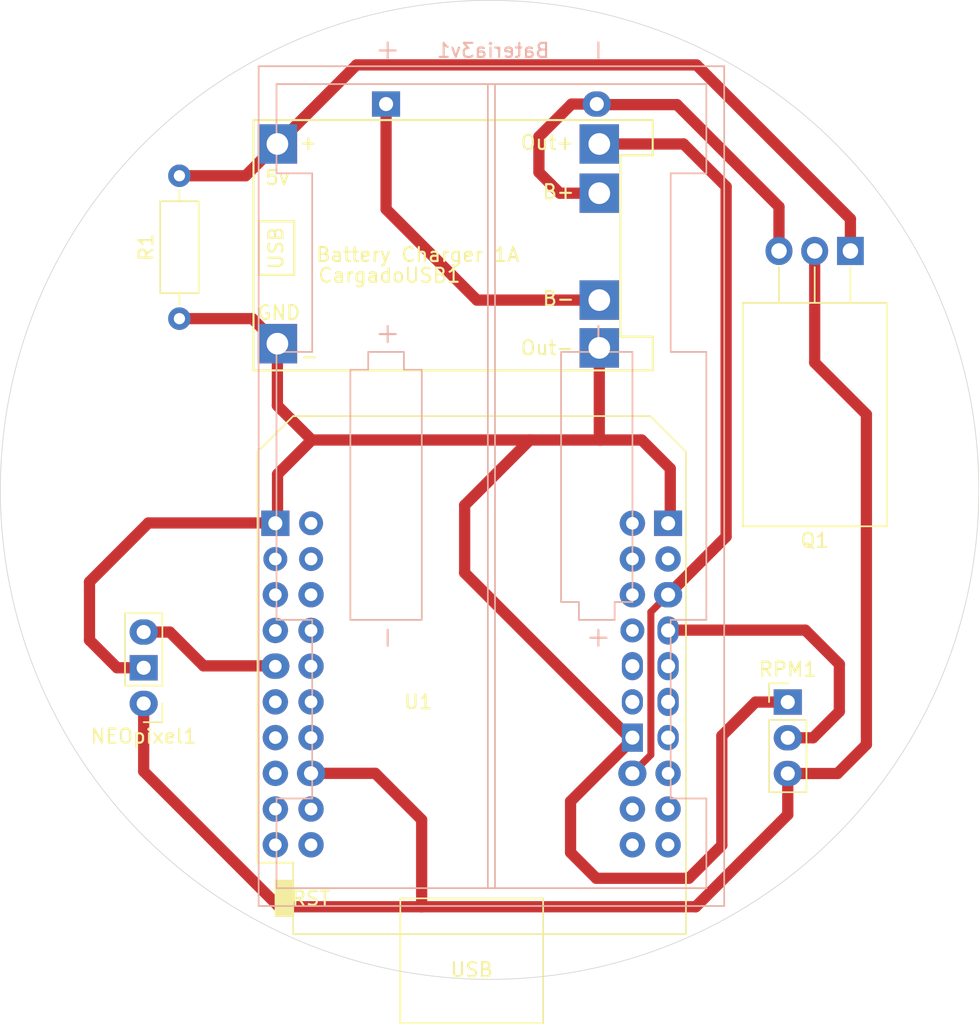
<source format=kicad_pcb>
(kicad_pcb (version 20171130) (host pcbnew "(5.1.12)-1")

  (general
    (thickness 1.6)
    (drawings 1)
    (tracks 79)
    (zones 0)
    (modules 7)
    (nets 42)
  )

  (page A4)
  (layers
    (0 F.Cu signal)
    (31 B.Cu signal hide)
    (32 B.Adhes user hide)
    (33 F.Adhes user hide)
    (34 B.Paste user hide)
    (35 F.Paste user hide)
    (36 B.SilkS user)
    (37 F.SilkS user)
    (38 B.Mask user hide)
    (39 F.Mask user hide)
    (40 Dwgs.User user)
    (41 Cmts.User user hide)
    (42 Eco1.User user hide)
    (43 Eco2.User user hide)
    (44 Edge.Cuts user)
    (45 Margin user hide)
    (46 B.CrtYd user)
    (47 F.CrtYd user)
    (48 B.Fab user hide)
    (49 F.Fab user hide)
  )

  (setup
    (last_trace_width 0.8)
    (user_trace_width 0.5)
    (user_trace_width 0.8)
    (user_trace_width 1)
    (trace_clearance 0.2)
    (zone_clearance 0.508)
    (zone_45_only no)
    (trace_min 0.2)
    (via_size 0.8)
    (via_drill 0.4)
    (via_min_size 0.4)
    (via_min_drill 0.3)
    (uvia_size 0.3)
    (uvia_drill 0.1)
    (uvias_allowed no)
    (uvia_min_size 0.2)
    (uvia_min_drill 0.1)
    (edge_width 0.05)
    (segment_width 0.2)
    (pcb_text_width 0.3)
    (pcb_text_size 1.5 1.5)
    (mod_edge_width 0.12)
    (mod_text_size 1 1)
    (mod_text_width 0.15)
    (pad_size 2 2)
    (pad_drill 1)
    (pad_to_mask_clearance 0)
    (aux_axis_origin 0 0)
    (visible_elements 7FFFFFFF)
    (pcbplotparams
      (layerselection 0x010fc_ffffffff)
      (usegerberextensions false)
      (usegerberattributes true)
      (usegerberadvancedattributes true)
      (creategerberjobfile true)
      (excludeedgelayer true)
      (linewidth 0.100000)
      (plotframeref false)
      (viasonmask false)
      (mode 1)
      (useauxorigin false)
      (hpglpennumber 1)
      (hpglpenspeed 20)
      (hpglpendiameter 15.000000)
      (psnegative false)
      (psa4output false)
      (plotreference true)
      (plotvalue true)
      (plotinvisibletext false)
      (padsonsilk false)
      (subtractmaskfromsilk false)
      (outputformat 1)
      (mirror false)
      (drillshape 0)
      (scaleselection 1)
      (outputdirectory "FABRICACION BMX P2021-012361-8185/"))
  )

  (net 0 "")
  (net 1 /IN)
  (net 2 "Net-(NEOpixel1-Pad3)")
  (net 3 GND)
  (net 4 "Net-(Bateria3v1-Pad2)")
  (net 5 "Net-(Bateria3v1-Pad1)")
  (net 6 "Net-(CargadoUSB1-Pad1)")
  (net 7 "Net-(CargadoUSB1-Pad3)")
  (net 8 "Net-(U1-Pad2)")
  (net 9 "Net-(U1-Pad3)")
  (net 10 "Net-(U1-Pad4)")
  (net 11 "Net-(U1-Pad5)")
  (net 12 "Net-(U1-Pad6)")
  (net 13 "Net-(U1-Pad7)")
  (net 14 "Net-(U1-Pad8)")
  (net 15 "Net-(U1-Pad10)")
  (net 16 "Net-(U1-Pad11)")
  (net 17 "Net-(U1-Pad12)")
  (net 18 "Net-(U1-Pad13)")
  (net 19 "Net-(U1-Pad14)")
  (net 20 "Net-(U1-Pad15)")
  (net 21 "Net-(U1-Pad17)")
  (net 22 "Net-(U1-Pad18)")
  (net 23 "Net-(U1-Pad19)")
  (net 24 "Net-(U1-Pad20)")
  (net 25 "Net-(U1-Pad21)")
  (net 26 "Net-(U1-Pad23)")
  (net 27 "Net-(U1-Pad24)")
  (net 28 "Net-(U1-Pad25)")
  (net 29 "Net-(U1-Pad27)")
  (net 30 "Net-(U1-Pad29)")
  (net 31 "Net-(U1-Pad30)")
  (net 32 "Net-(U1-Pad31)")
  (net 33 "Net-(U1-Pad32)")
  (net 34 "Net-(U1-Pad34)")
  (net 35 "Net-(U1-Pad36)")
  (net 36 "Net-(U1-Pad37)")
  (net 37 "Net-(U1-Pad38)")
  (net 38 "Net-(U1-Pad39)")
  (net 39 "Net-(U1-Pad40)")
  (net 40 "Net-(NEOpixel1-Pad1)")
  (net 41 "Net-(R1-Pad2)")

  (net_class Default "This is the default net class."
    (clearance 0.2)
    (trace_width 0.25)
    (via_dia 0.8)
    (via_drill 0.4)
    (uvia_dia 0.3)
    (uvia_drill 0.1)
    (add_net /IN)
    (add_net GND)
    (add_net "Net-(Bateria3v1-Pad1)")
    (add_net "Net-(Bateria3v1-Pad2)")
    (add_net "Net-(CargadoUSB1-Pad1)")
    (add_net "Net-(CargadoUSB1-Pad3)")
    (add_net "Net-(NEOpixel1-Pad1)")
    (add_net "Net-(NEOpixel1-Pad3)")
    (add_net "Net-(R1-Pad2)")
    (add_net "Net-(U1-Pad10)")
    (add_net "Net-(U1-Pad11)")
    (add_net "Net-(U1-Pad12)")
    (add_net "Net-(U1-Pad13)")
    (add_net "Net-(U1-Pad14)")
    (add_net "Net-(U1-Pad15)")
    (add_net "Net-(U1-Pad17)")
    (add_net "Net-(U1-Pad18)")
    (add_net "Net-(U1-Pad19)")
    (add_net "Net-(U1-Pad2)")
    (add_net "Net-(U1-Pad20)")
    (add_net "Net-(U1-Pad21)")
    (add_net "Net-(U1-Pad23)")
    (add_net "Net-(U1-Pad24)")
    (add_net "Net-(U1-Pad25)")
    (add_net "Net-(U1-Pad27)")
    (add_net "Net-(U1-Pad29)")
    (add_net "Net-(U1-Pad3)")
    (add_net "Net-(U1-Pad30)")
    (add_net "Net-(U1-Pad31)")
    (add_net "Net-(U1-Pad32)")
    (add_net "Net-(U1-Pad34)")
    (add_net "Net-(U1-Pad36)")
    (add_net "Net-(U1-Pad37)")
    (add_net "Net-(U1-Pad38)")
    (add_net "Net-(U1-Pad39)")
    (add_net "Net-(U1-Pad4)")
    (add_net "Net-(U1-Pad40)")
    (add_net "Net-(U1-Pad5)")
    (add_net "Net-(U1-Pad6)")
    (add_net "Net-(U1-Pad7)")
    (add_net "Net-(U1-Pad8)")
  )

  (module Resistor_THT:R_Axial_DIN0207_L6.3mm_D2.5mm_P10.16mm_Horizontal (layer F.Cu) (tedit 5AE5139B) (tstamp 6282ABB5)
    (at 5.36448 51.07178 90)
    (descr "Resistor, Axial_DIN0207 series, Axial, Horizontal, pin pitch=10.16mm, 0.25W = 1/4W, length*diameter=6.3*2.5mm^2, http://cdn-reichelt.de/documents/datenblatt/B400/1_4W%23YAG.pdf")
    (tags "Resistor Axial_DIN0207 series Axial Horizontal pin pitch 10.16mm 0.25W = 1/4W length 6.3mm diameter 2.5mm")
    (path /62828008)
    (fp_text reference R1 (at 5.08 -2.37 90) (layer F.SilkS)
      (effects (font (size 1 1) (thickness 0.15)))
    )
    (fp_text value 100k (at 5.08 2.37 90) (layer F.Fab)
      (effects (font (size 1 1) (thickness 0.15)))
    )
    (fp_line (start 11.21 -1.5) (end -1.05 -1.5) (layer F.CrtYd) (width 0.05))
    (fp_line (start 11.21 1.5) (end 11.21 -1.5) (layer F.CrtYd) (width 0.05))
    (fp_line (start -1.05 1.5) (end 11.21 1.5) (layer F.CrtYd) (width 0.05))
    (fp_line (start -1.05 -1.5) (end -1.05 1.5) (layer F.CrtYd) (width 0.05))
    (fp_line (start 9.12 0) (end 8.35 0) (layer F.SilkS) (width 0.12))
    (fp_line (start 1.04 0) (end 1.81 0) (layer F.SilkS) (width 0.12))
    (fp_line (start 8.35 -1.37) (end 1.81 -1.37) (layer F.SilkS) (width 0.12))
    (fp_line (start 8.35 1.37) (end 8.35 -1.37) (layer F.SilkS) (width 0.12))
    (fp_line (start 1.81 1.37) (end 8.35 1.37) (layer F.SilkS) (width 0.12))
    (fp_line (start 1.81 -1.37) (end 1.81 1.37) (layer F.SilkS) (width 0.12))
    (fp_line (start 10.16 0) (end 8.23 0) (layer F.Fab) (width 0.1))
    (fp_line (start 0 0) (end 1.93 0) (layer F.Fab) (width 0.1))
    (fp_line (start 8.23 -1.25) (end 1.93 -1.25) (layer F.Fab) (width 0.1))
    (fp_line (start 8.23 1.25) (end 8.23 -1.25) (layer F.Fab) (width 0.1))
    (fp_line (start 1.93 1.25) (end 8.23 1.25) (layer F.Fab) (width 0.1))
    (fp_line (start 1.93 -1.25) (end 1.93 1.25) (layer F.Fab) (width 0.1))
    (fp_text user %R (at 5.08 0 90) (layer F.Fab)
      (effects (font (size 1 1) (thickness 0.15)))
    )
    (pad 2 thru_hole oval (at 10.16 0 90) (size 1.6 1.6) (drill 0.8) (layers *.Cu *.Mask)
      (net 41 "Net-(R1-Pad2)"))
    (pad 1 thru_hole circle (at 0 0 90) (size 1.6 1.6) (drill 0.8) (layers *.Cu *.Mask)
      (net 3 GND))
    (model ${KISYS3DMOD}/Resistor_THT.3dshapes/R_Axial_DIN0207_L6.3mm_D2.5mm_P10.16mm_Horizontal.wrl
      (at (xyz 0 0 0))
      (scale (xyz 1 1 1))
      (rotate (xyz 0 0 0))
    )
  )

  (module Package_TO_SOT_THT:TO-220-3_Horizontal_TabDown (layer F.Cu) (tedit 5AC8BA0D) (tstamp 6282982F)
    (at 53.0987 46.25848 180)
    (descr "TO-220-3, Horizontal, RM 2.54mm, see https://www.vishay.com/docs/66542/to-220-1.pdf")
    (tags "TO-220-3 Horizontal RM 2.54mm")
    (path /62828D77)
    (fp_text reference Q1 (at 2.54 -20.58) (layer F.SilkS)
      (effects (font (size 1 1) (thickness 0.15)))
    )
    (fp_text value IRF9540N (at 2.54 2) (layer F.Fab)
      (effects (font (size 1 1) (thickness 0.15)))
    )
    (fp_circle (center 2.54 -16.66) (end 4.39 -16.66) (layer F.Fab) (width 0.1))
    (fp_line (start -2.46 -13.06) (end -2.46 -19.46) (layer F.Fab) (width 0.1))
    (fp_line (start -2.46 -19.46) (end 7.54 -19.46) (layer F.Fab) (width 0.1))
    (fp_line (start 7.54 -19.46) (end 7.54 -13.06) (layer F.Fab) (width 0.1))
    (fp_line (start 7.54 -13.06) (end -2.46 -13.06) (layer F.Fab) (width 0.1))
    (fp_line (start -2.46 -3.81) (end -2.46 -13.06) (layer F.Fab) (width 0.1))
    (fp_line (start -2.46 -13.06) (end 7.54 -13.06) (layer F.Fab) (width 0.1))
    (fp_line (start 7.54 -13.06) (end 7.54 -3.81) (layer F.Fab) (width 0.1))
    (fp_line (start 7.54 -3.81) (end -2.46 -3.81) (layer F.Fab) (width 0.1))
    (fp_line (start 0 -3.81) (end 0 0) (layer F.Fab) (width 0.1))
    (fp_line (start 2.54 -3.81) (end 2.54 0) (layer F.Fab) (width 0.1))
    (fp_line (start 5.08 -3.81) (end 5.08 0) (layer F.Fab) (width 0.1))
    (fp_line (start -2.58 -3.69) (end 7.66 -3.69) (layer F.SilkS) (width 0.12))
    (fp_line (start -2.58 -19.58) (end 7.66 -19.58) (layer F.SilkS) (width 0.12))
    (fp_line (start -2.58 -19.58) (end -2.58 -3.69) (layer F.SilkS) (width 0.12))
    (fp_line (start 7.66 -19.58) (end 7.66 -3.69) (layer F.SilkS) (width 0.12))
    (fp_line (start 0 -3.69) (end 0 -1.15) (layer F.SilkS) (width 0.12))
    (fp_line (start 2.54 -3.69) (end 2.54 -1.15) (layer F.SilkS) (width 0.12))
    (fp_line (start 5.08 -3.69) (end 5.08 -1.15) (layer F.SilkS) (width 0.12))
    (fp_line (start -2.71 -19.71) (end -2.71 1.25) (layer F.CrtYd) (width 0.05))
    (fp_line (start -2.71 1.25) (end 7.79 1.25) (layer F.CrtYd) (width 0.05))
    (fp_line (start 7.79 1.25) (end 7.79 -19.71) (layer F.CrtYd) (width 0.05))
    (fp_line (start 7.79 -19.71) (end -2.71 -19.71) (layer F.CrtYd) (width 0.05))
    (fp_text user %R (at 2.54 -20.58) (layer F.Fab)
      (effects (font (size 1 1) (thickness 0.15)))
    )
    (pad 3 thru_hole oval (at 5.08 0 180) (size 1.905 2) (drill 1.1) (layers *.Cu *.Mask)
      (net 4 "Net-(Bateria3v1-Pad2)"))
    (pad 2 thru_hole oval (at 2.54 0 180) (size 1.905 2) (drill 1.1) (layers *.Cu *.Mask)
      (net 40 "Net-(NEOpixel1-Pad1)"))
    (pad 1 thru_hole rect (at 0 0 180) (size 1.905 2) (drill 1.1) (layers *.Cu *.Mask)
      (net 6 "Net-(CargadoUSB1-Pad1)"))
    (pad "" np_thru_hole oval (at 2.54 -16.66 180) (size 3.5 3.5) (drill 3.5) (layers *.Cu *.Mask))
    (model ${KISYS3DMOD}/Package_TO_SOT_THT.3dshapes/TO-220-3_Horizontal_TabDown.wrl
      (at (xyz 0 0 0))
      (scale (xyz 1 1 1))
      (rotate (xyz 0 0 0))
    )
  )

  (module ESP32_mini:ESP32_mini (layer F.Cu) (tedit 62794E20) (tstamp 62703D82)
    (at 26.15946 77.0509)
    (path /6214FD60)
    (fp_text reference U1 (at -3.81 1.27) (layer F.SilkS)
      (effects (font (size 1 1) (thickness 0.15)))
    )
    (fp_text value mini_esp32 (at 0 -1.27) (layer F.Fab)
      (effects (font (size 1 1) (thickness 0.15)))
    )
    (fp_line (start 13.97 12.7) (end 11.43 12.7) (layer Dwgs.User) (width 0.12))
    (fp_line (start 13.97 13.97) (end 13.97 12.7) (layer Dwgs.User) (width 0.12))
    (fp_line (start 11.43 13.97) (end 13.97 13.97) (layer Dwgs.User) (width 0.12))
    (fp_line (start 11.43 12.7) (end 11.43 13.97) (layer Dwgs.User) (width 0.12))
    (fp_line (start 13.97 15.24) (end 13.97 16.51) (layer Dwgs.User) (width 0.12))
    (fp_line (start 11.43 15.24) (end 13.97 15.24) (layer Dwgs.User) (width 0.12))
    (fp_line (start 11.43 16.51) (end 11.43 15.24) (layer Dwgs.User) (width 0.12))
    (fp_line (start 13.97 16.51) (end 11.43 16.51) (layer Dwgs.User) (width 0.12))
    (fp_line (start 5.08 15.24) (end 5.08 17.78) (layer F.SilkS) (width 0.12))
    (fp_line (start -5.08 15.24) (end 5.08 15.24) (layer F.SilkS) (width 0.12))
    (fp_line (start -5.08 17.78) (end -5.08 15.24) (layer F.SilkS) (width 0.12))
    (fp_line (start 5.08 24.13) (end 5.08 17.78) (layer F.SilkS) (width 0.12))
    (fp_line (start -5.08 24.13) (end 5.08 24.13) (layer F.SilkS) (width 0.12))
    (fp_line (start -5.08 17.78) (end -5.08 24.13) (layer F.SilkS) (width 0.12))
    (fp_line (start -12.7 17.78) (end 15.24 17.78) (layer F.SilkS) (width 0.12))
    (fp_line (start 15.24 -16.51) (end 11.43 -12.7) (layer Dwgs.User) (width 0.12))
    (fp_line (start 12.7 -19.05) (end 6.35 -12.7) (layer Dwgs.User) (width 0.12))
    (fp_line (start 8.89 -19.05) (end 2.54 -12.7) (layer Dwgs.User) (width 0.12))
    (fp_line (start 5.08 -19.05) (end -1.27 -12.7) (layer Dwgs.User) (width 0.12))
    (fp_line (start 1.27 -19.05) (end -5.08 -12.7) (layer Dwgs.User) (width 0.12))
    (fp_line (start -2.54 -19.05) (end -8.89 -12.7) (layer Dwgs.User) (width 0.12))
    (fp_line (start -6.35 -19.05) (end -12.7 -12.7) (layer Dwgs.User) (width 0.12))
    (fp_line (start -10.16 -19.05) (end -15.24 -13.97) (layer Dwgs.User) (width 0.12))
    (fp_line (start -15.24 -19.05) (end -15.24 -12.7) (layer Dwgs.User) (width 0.12))
    (fp_line (start 15.24 -19.05) (end -15.24 -19.05) (layer Dwgs.User) (width 0.12))
    (fp_line (start 15.24 -12.7) (end 15.24 -19.05) (layer Dwgs.User) (width 0.12))
    (fp_line (start -15.24 -12.7) (end 15.24 -12.7) (layer Dwgs.User) (width 0.12))
    (fp_poly (pts (xy -13.97 16.51) (xy -13.97 13.97) (xy -12.7 13.97) (xy -12.7 16.51)) (layer F.SilkS) (width 0.1))
    (fp_line (start -15.24 12.7) (end -12.7 12.7) (layer F.SilkS) (width 0.12))
    (fp_line (start -15.24 -16.51) (end -15.24 12.7) (layer F.SilkS) (width 0.12))
    (fp_line (start 15.24 -16.51) (end 15.24 17.78) (layer F.SilkS) (width 0.12))
    (fp_line (start -12.7 -19.05) (end -11.43 -19.05) (layer F.SilkS) (width 0.12))
    (fp_line (start -12.7 -19.05) (end -15.24 -16.51) (layer F.SilkS) (width 0.12))
    (fp_line (start 12.7 -19.05) (end 15.24 -16.51) (layer F.SilkS) (width 0.12))
    (fp_line (start 12.7 -19.05) (end -11.43 -19.05) (layer F.SilkS) (width 0.12))
    (fp_line (start -12.7 12.7) (end -12.7 17.78) (layer F.SilkS) (width 0.12))
    (fp_text user IO_02 (at 12.7 13.335) (layer Dwgs.User)
      (effects (font (size 0.5 0.5) (thickness 0.125)))
    )
    (fp_text user PWR (at 12.573 15.875) (layer Dwgs.User)
      (effects (font (size 0.5 0.5) (thickness 0.125)))
    )
    (fp_text user USB (at 0 20.32) (layer F.SilkS)
      (effects (font (size 1 1) (thickness 0.15)))
    )
    (fp_text user "NO COPPER - KEEP OUT" (at 0 -15.24) (layer Dwgs.User)
      (effects (font (size 1 1) (thickness 0.15)))
    )
    (fp_text user RST (at -11.43 15.24) (layer F.SilkS)
      (effects (font (size 1 1) (thickness 0.15)))
    )
    (pad 40 thru_hole circle (at 13.97 11.43 270) (size 1.8 1.8) (drill 0.9) (layers *.Cu *.Mask)
      (net 39 "Net-(U1-Pad40)"))
    (pad 39 thru_hole circle (at 11.43 11.43 270) (size 1.8 1.8) (drill 0.9) (layers *.Cu *.Mask)
      (net 38 "Net-(U1-Pad39)"))
    (pad 38 thru_hole circle (at 13.97 8.89 270) (size 1.8 1.8) (drill 0.9) (layers *.Cu *.Mask)
      (net 37 "Net-(U1-Pad38)"))
    (pad 37 thru_hole circle (at 11.43 8.89 270) (size 1.8 1.8) (drill 0.9) (layers *.Cu *.Mask)
      (net 36 "Net-(U1-Pad37)"))
    (pad 36 thru_hole circle (at 13.97 6.35 270) (size 1.8 1.8) (drill 0.9) (layers *.Cu *.Mask)
      (net 35 "Net-(U1-Pad36)"))
    (pad 35 thru_hole oval (at 11.43 6.35) (size 2 1.8) (drill 1) (layers *.Cu *.Mask)
      (net 7 "Net-(CargadoUSB1-Pad3)"))
    (pad 34 thru_hole oval (at 13.97 3.81) (size 1.5 1.8) (drill 1) (layers *.Cu *.Mask)
      (net 34 "Net-(U1-Pad34)"))
    (pad 33 thru_hole rect (at 11.43 3.81) (size 1.5 2) (drill 1) (layers *.Cu *.Mask)
      (net 3 GND))
    (pad 32 thru_hole oval (at 13.97 1.27) (size 1.5 2) (drill 1) (layers *.Cu *.Mask)
      (net 33 "Net-(U1-Pad32)"))
    (pad 31 thru_hole oval (at 11.43 1.27) (size 1.5 1.8) (drill 1) (layers *.Cu *.Mask)
      (net 32 "Net-(U1-Pad31)"))
    (pad 30 thru_hole oval (at 13.97 -1.27) (size 1.5 2) (drill 1) (layers *.Cu *.Mask)
      (net 31 "Net-(U1-Pad30)"))
    (pad 29 thru_hole oval (at 11.43 -1.27) (size 1.5 2) (drill 1) (layers *.Cu *.Mask)
      (net 30 "Net-(U1-Pad29)"))
    (pad 28 thru_hole oval (at 13.97 -3.81) (size 1.5 2) (drill 1) (layers *.Cu *.Mask)
      (net 1 /IN))
    (pad 27 thru_hole circle (at 11.43 -3.81 270) (size 1.7 1.7) (drill 0.9) (layers *.Cu *.Mask)
      (net 29 "Net-(U1-Pad27)"))
    (pad 26 thru_hole oval (at 13.97 -6.35) (size 2 1.8) (drill 1) (layers *.Cu *.Mask)
      (net 7 "Net-(CargadoUSB1-Pad3)"))
    (pad 25 thru_hole circle (at 11.43 -6.35 270) (size 1.8 1.8) (drill 0.9) (layers *.Cu *.Mask)
      (net 28 "Net-(U1-Pad25)"))
    (pad 24 thru_hole circle (at 13.97 -8.89 270) (size 1.8 1.8) (drill 0.9) (layers *.Cu *.Mask)
      (net 27 "Net-(U1-Pad24)"))
    (pad 23 thru_hole circle (at 11.43 -8.89 270) (size 1.8 1.8) (drill 0.9) (layers *.Cu *.Mask)
      (net 26 "Net-(U1-Pad23)"))
    (pad 22 thru_hole rect (at 13.97 -11.43) (size 2 1.8) (drill 1) (layers *.Cu *.Mask)
      (net 3 GND))
    (pad 21 thru_hole circle (at 11.43 -11.43 270) (size 1.8 1.8) (drill 0.9) (layers *.Cu *.Mask)
      (net 25 "Net-(U1-Pad21)"))
    (pad 20 thru_hole circle (at -11.43 11.43 270) (size 1.8 1.8) (drill 0.9) (layers *.Cu *.Mask)
      (net 24 "Net-(U1-Pad20)"))
    (pad 19 thru_hole circle (at -13.97 11.43 270) (size 1.8 1.8) (drill 0.9) (layers *.Cu *.Mask)
      (net 23 "Net-(U1-Pad19)"))
    (pad 18 thru_hole circle (at -11.43 8.89 270) (size 1.8 1.8) (drill 0.9) (layers *.Cu *.Mask)
      (net 22 "Net-(U1-Pad18)"))
    (pad 17 thru_hole circle (at -13.97 8.89 270) (size 1.8 1.8) (drill 0.9) (layers *.Cu *.Mask)
      (net 21 "Net-(U1-Pad17)"))
    (pad 16 thru_hole oval (at -11.43 6.35) (size 2 1.8) (drill 1) (layers *.Cu *.Mask)
      (net 40 "Net-(NEOpixel1-Pad1)"))
    (pad 15 thru_hole circle (at -13.97 6.35 270) (size 1.8 1.8) (drill 0.9) (layers *.Cu *.Mask)
      (net 20 "Net-(U1-Pad15)"))
    (pad 14 thru_hole circle (at -11.43 3.81 270) (size 1.8 1.8) (drill 0.9) (layers *.Cu *.Mask)
      (net 19 "Net-(U1-Pad14)"))
    (pad 13 thru_hole circle (at -13.97 3.81 270) (size 1.8 1.8) (drill 0.9) (layers *.Cu *.Mask)
      (net 18 "Net-(U1-Pad13)"))
    (pad 12 thru_hole circle (at -11.43 1.27 270) (size 1.8 1.8) (drill 0.9) (layers *.Cu *.Mask)
      (net 17 "Net-(U1-Pad12)"))
    (pad 11 thru_hole circle (at -13.97 1.27 270) (size 1.8 1.8) (drill 0.9) (layers *.Cu *.Mask)
      (net 16 "Net-(U1-Pad11)"))
    (pad 10 thru_hole circle (at -11.43 -1.27 270) (size 1.8 1.8) (drill 0.9) (layers *.Cu *.Mask)
      (net 15 "Net-(U1-Pad10)"))
    (pad 9 thru_hole oval (at -13.97 -1.27) (size 2 1.8) (drill 0.9) (layers *.Cu *.Mask)
      (net 2 "Net-(NEOpixel1-Pad3)"))
    (pad 8 thru_hole circle (at -11.43 -3.81 270) (size 1.8 1.8) (drill 0.9) (layers *.Cu *.Mask)
      (net 14 "Net-(U1-Pad8)"))
    (pad 7 thru_hole circle (at -13.97 -3.81 270) (size 1.8 1.8) (drill 0.9) (layers *.Cu *.Mask)
      (net 13 "Net-(U1-Pad7)"))
    (pad 6 thru_hole circle (at -11.43 -6.35 270) (size 1.8 1.8) (drill 0.9) (layers *.Cu *.Mask)
      (net 12 "Net-(U1-Pad6)"))
    (pad 5 thru_hole circle (at -13.97 -6.35 270) (size 1.8 1.8) (drill 0.9) (layers *.Cu *.Mask)
      (net 11 "Net-(U1-Pad5)"))
    (pad 4 thru_hole circle (at -11.43 -8.89 270) (size 1.7 1.7) (drill 0.9) (layers *.Cu *.Mask)
      (net 10 "Net-(U1-Pad4)"))
    (pad 3 thru_hole circle (at -13.97 -8.89 270) (size 1.7 1.7) (drill 0.9) (layers *.Cu *.Mask)
      (net 9 "Net-(U1-Pad3)"))
    (pad 1 thru_hole rect (at -13.97 -11.43) (size 2 1.8) (drill 1) (layers *.Cu *.Mask)
      (net 3 GND))
    (pad 2 thru_hole circle (at -11.43 -11.43 270) (size 1.7 1.7) (drill 0.9) (layers *.Cu *.Mask)
      (net 8 "Net-(U1-Pad2)"))
  )

  (module Battery:BatteryHolder_Keystone_2462_2xAA (layer B.Cu) (tedit 6243342F) (tstamp 62436B99)
    (at 20.066 35.814 270)
    (descr "2xAA cell battery holder, Keystone P/N 2462, https://www.keyelco.com/product-pdf.cfm?p=1027")
    (tags "AA battery cell holder")
    (path /62172271)
    (fp_text reference Bateria3v1 (at -3.81 -7.62 180) (layer B.SilkS)
      (effects (font (size 1 1) (thickness 0.15)) (justify mirror))
    )
    (fp_text value Conn_01x02 (at 27.165 -8.715 270) (layer B.Fab)
      (effects (font (size 1 1) (thickness 0.15)) (justify mirror))
    )
    (fp_line (start 57.17 -24.21) (end 57.17 9.22) (layer B.CrtYd) (width 0.05))
    (fp_line (start -2.84 -24.21) (end 57.17 -24.21) (layer B.CrtYd) (width 0.05))
    (fp_line (start -2.84 9.22) (end -2.84 -24.21) (layer B.CrtYd) (width 0.05))
    (fp_line (start 57.17 9.22) (end -2.84 9.22) (layer B.CrtYd) (width 0.05))
    (fp_line (start 57.02 -24.055) (end 57.02 9.065) (layer B.SilkS) (width 0.12))
    (fp_line (start -2.69 -24.055) (end 57.02 -24.055) (layer B.SilkS) (width 0.12))
    (fp_line (start -2.69 9.065) (end -2.69 -24.055) (layer B.SilkS) (width 0.12))
    (fp_line (start 57.02 9.065) (end -2.69 9.065) (layer B.SilkS) (width 0.12))
    (fp_line (start 17.625 -17.53) (end 17.625 -12.45) (layer B.SilkS) (width 0.12))
    (fp_line (start 17.625 -12.45) (end 35.405 -12.45) (layer B.SilkS) (width 0.12))
    (fp_line (start 35.405 -12.45) (end 35.405 -13.72) (layer B.SilkS) (width 0.12))
    (fp_line (start 35.405 -13.72) (end 36.675 -13.72) (layer B.SilkS) (width 0.12))
    (fp_line (start 36.675 -13.72) (end 36.675 -16.26) (layer B.SilkS) (width 0.12))
    (fp_line (start 36.675 -16.26) (end 35.405 -16.26) (layer B.SilkS) (width 0.12))
    (fp_line (start 35.405 -16.26) (end 35.405 -17.53) (layer B.SilkS) (width 0.12))
    (fp_line (start 35.405 -17.53) (end 17.625 -17.53) (layer B.SilkS) (width 0.12))
    (fp_line (start 36.675 1.27) (end 36.675 -2.54) (layer B.SilkS) (width 0.12))
    (fp_line (start 36.675 -2.54) (end 18.895 -2.54) (layer B.SilkS) (width 0.12))
    (fp_line (start 18.895 -2.54) (end 18.895 -1.27) (layer B.SilkS) (width 0.12))
    (fp_line (start 18.895 -1.27) (end 17.625 -1.27) (layer B.SilkS) (width 0.12))
    (fp_line (start 17.625 -1.27) (end 17.625 1.27) (layer B.SilkS) (width 0.12))
    (fp_line (start 17.625 1.27) (end 18.895 1.27) (layer B.SilkS) (width 0.12))
    (fp_line (start 18.895 1.27) (end 18.895 2.54) (layer B.SilkS) (width 0.12))
    (fp_line (start 18.895 2.54) (end 36.675 2.54) (layer B.SilkS) (width 0.12))
    (fp_line (start 36.675 2.54) (end 36.675 1.27) (layer B.SilkS) (width 0.12))
    (fp_line (start -1.42 -7.241) (end 55.75 -7.241) (layer B.SilkS) (width 0.12))
    (fp_line (start 55.75 -7.749) (end -1.42 -7.749) (layer B.SilkS) (width 0.12))
    (fp_line (start 17.625 -20.245) (end 17.625 -22.785) (layer B.SilkS) (width 0.12))
    (fp_line (start 17.625 -22.785) (end 36.675 -22.785) (layer B.SilkS) (width 0.12))
    (fp_line (start 36.675 -22.785) (end 36.675 -20.245) (layer B.SilkS) (width 0.12))
    (fp_line (start 49.375 5.255) (end 36.675 5.255) (layer B.SilkS) (width 0.12))
    (fp_line (start 36.675 5.255) (end 36.675 7.795) (layer B.SilkS) (width 0.12))
    (fp_line (start 36.675 7.795) (end 17.625 7.795) (layer B.SilkS) (width 0.12))
    (fp_line (start 17.625 7.795) (end 17.625 5.255) (layer B.SilkS) (width 0.12))
    (fp_line (start 49.375 -20.245) (end 36.675 -20.245) (layer B.SilkS) (width 0.12))
    (fp_line (start 4.925 5.255) (end 17.625 5.255) (layer B.SilkS) (width 0.12))
    (fp_line (start 4.925 5.255) (end 4.925 7.795) (layer B.SilkS) (width 0.12))
    (fp_line (start 4.925 7.795) (end -1.42 7.795) (layer B.SilkS) (width 0.12))
    (fp_line (start -1.42 7.795) (end -1.42 -22.785) (layer B.SilkS) (width 0.12))
    (fp_line (start -1.42 -22.785) (end 4.925 -22.785) (layer B.SilkS) (width 0.12))
    (fp_line (start 4.925 -22.785) (end 4.925 -20.245) (layer B.SilkS) (width 0.12))
    (fp_line (start 4.925 -20.245) (end 17.625 -20.245) (layer B.SilkS) (width 0.12))
    (fp_line (start 55.75 7.795) (end 49.375 7.795) (layer B.SilkS) (width 0.12))
    (fp_line (start 49.375 7.795) (end 49.375 5.255) (layer B.SilkS) (width 0.12))
    (fp_line (start 55.75 7.795) (end 55.75 -22.785) (layer B.SilkS) (width 0.12))
    (fp_line (start 55.75 -22.785) (end 49.375 -22.785) (layer B.SilkS) (width 0.12))
    (fp_line (start 49.375 -22.785) (end 49.375 -20.245) (layer B.SilkS) (width 0.12))
    (fp_line (start -2.59 -23.955) (end -2.59 8.965) (layer B.Fab) (width 0.1))
    (fp_line (start 56.92 -23.955) (end 56.92 8.965) (layer B.Fab) (width 0.1))
    (fp_line (start -2.59 -23.955) (end 56.92 -23.955) (layer B.Fab) (width 0.1))
    (fp_line (start -2.59 8.965) (end 56.92 8.965) (layer B.Fab) (width 0.1))
    (fp_text user - (at -3.81 -14.99 270) (layer B.SilkS)
      (effects (font (size 1.5 1.5) (thickness 0.15)) (justify mirror))
    )
    (fp_text user + (at -3.81 0 270) (layer B.SilkS)
      (effects (font (size 1.5 1.5) (thickness 0.15)) (justify mirror))
    )
    (fp_text user - (at 16.355 -14.99 270) (layer B.SilkS)
      (effects (font (size 1.5 1.5) (thickness 0.15)) (justify mirror))
    )
    (fp_text user + (at 37.945 -14.99 270) (layer B.SilkS)
      (effects (font (size 1.5 1.5) (thickness 0.15)) (justify mirror))
    )
    (fp_text user %R (at -3.81 -7.62) (layer B.Fab)
      (effects (font (size 1 1) (thickness 0.15)) (justify mirror))
    )
    (fp_text user + (at 16.355 0 270) (layer B.SilkS)
      (effects (font (size 1.5 1.5) (thickness 0.15)) (justify mirror))
    )
    (fp_text user - (at 37.945 0 270) (layer B.SilkS)
      (effects (font (size 1.5 1.5) (thickness 0.15)) (justify mirror))
    )
    (pad "" np_thru_hole circle (at 27.165 0 270) (size 3.3 3.3) (drill 3.3) (layers *.Cu *.Mask))
    (pad "" np_thru_hole circle (at 27.165 -14.99 270) (size 3.3 3.3) (drill 3.3) (layers *.Cu *.Mask))
    (pad 2 thru_hole oval (at 0 -14.99 270) (size 1.8 2) (drill 1) (layers *.Cu *.Mask)
      (net 4 "Net-(Bateria3v1-Pad2)"))
    (pad 1 thru_hole rect (at 0 0 270) (size 1.8 2) (drill 1) (layers *.Cu *.Mask)
      (net 5 "Net-(Bateria3v1-Pad1)"))
    (model ${KISYS3DMOD}/Battery.3dshapes/BatteryHolder_Keystone_2462_2xAA.wrl
      (at (xyz 0 0 0))
      (scale (xyz 1 1 1))
      (rotate (xyz 0 0 0))
    )
  )

  (module TP4056-18650-master:TP4056-18650 (layer F.Cu) (tedit 58E55FCB) (tstamp 626C3379)
    (at 10.63498 36.95192)
    (path /626CB0E8)
    (fp_text reference CargadoUSB1 (at 9.6647 11.04392) (layer F.SilkS)
      (effects (font (size 1 1) (thickness 0.15)))
    )
    (fp_text value Conn_01x06 (at 13 -1.6) (layer F.Fab)
      (effects (font (size 1 1) (thickness 0.15)))
    )
    (fp_line (start 26.1 2.5) (end 26.1 15.4) (layer F.SilkS) (width 0.15))
    (fp_line (start 26.1 15.4) (end 26.4 15.4) (layer F.SilkS) (width 0.15))
    (fp_line (start 26.3 15.4) (end 28.4 15.4) (layer F.SilkS) (width 0.15))
    (fp_line (start 28.4 15.4) (end 28.4 15.7) (layer F.SilkS) (width 0.15))
    (fp_line (start 26.3 0) (end 28.4 0) (layer F.SilkS) (width 0.15))
    (fp_line (start 28.4 0) (end 28.4 2.5) (layer F.SilkS) (width 0.15))
    (fp_line (start 28.4 2.5) (end 26.1 2.5) (layer F.SilkS) (width 0.15))
    (fp_line (start 28.4 15.7) (end 28.4 17.8) (layer F.SilkS) (width 0.15))
    (fp_line (start 28.4 17.8) (end 0 17.8) (layer F.SilkS) (width 0.15))
    (fp_line (start 0 17.8) (end 0 0) (layer F.SilkS) (width 0.15))
    (fp_line (start 0.4 7.2) (end 2.9 7.2) (layer F.SilkS) (width 0.15))
    (fp_line (start 2.9 7.2) (end 2.9 11) (layer F.SilkS) (width 0.15))
    (fp_line (start 2.9 11) (end 0.4 11) (layer F.SilkS) (width 0.15))
    (fp_line (start 0.4 11) (end 0.4 7.3) (layer F.SilkS) (width 0.15))
    (fp_line (start 0 0) (end 26.3 0) (layer F.SilkS) (width 0.15))
    (fp_text user + (at 3.9 1.6) (layer F.SilkS)
      (effects (font (size 1 1) (thickness 0.15)))
    )
    (fp_text user - (at 4 16.8) (layer F.SilkS)
      (effects (font (size 1 1) (thickness 0.15)))
    )
    (fp_text user USB (at 1.6 9.1 90) (layer F.SilkS)
      (effects (font (size 1 1) (thickness 0.15)))
    )
    (fp_text user Out- (at 20.9 16.2) (layer F.SilkS)
      (effects (font (size 1 1) (thickness 0.15)))
    )
    (fp_text user Out+ (at 20.9 1.6) (layer F.SilkS)
      (effects (font (size 1 1) (thickness 0.15)))
    )
    (fp_text user B- (at 21.7 12.7) (layer F.SilkS)
      (effects (font (size 1 1) (thickness 0.15)))
    )
    (fp_text user B+ (at 21.7 5.1) (layer F.SilkS)
      (effects (font (size 1 1) (thickness 0.15)))
    )
    (fp_text user 5v (at 1.7 4.1) (layer F.SilkS)
      (effects (font (size 1 1) (thickness 0.15)))
    )
    (fp_text user GND (at 1.8 13.7) (layer F.SilkS)
      (effects (font (size 1 1) (thickness 0.15)))
    )
    (fp_text user "Battery Charger 1A" (at 11.68908 9.57072) (layer F.SilkS)
      (effects (font (size 1 1) (thickness 0.15)))
    )
    (pad 1 thru_hole rect (at 1.7 1.7) (size 2.8 2.8) (drill 1.54) (layers *.Cu *.Mask)
      (net 6 "Net-(CargadoUSB1-Pad1)"))
    (pad 2 thru_hole rect (at 1.7 15.9) (size 2.8 2.8) (drill 1.54) (layers *.Cu *.Mask)
      (net 3 GND))
    (pad 3 thru_hole rect (at 24.6 1.7) (size 2.8 2.8) (drill 1.54) (layers *.Cu *.Mask)
      (net 7 "Net-(CargadoUSB1-Pad3)"))
    (pad 4 thru_hole rect (at 24.6 16.2) (size 2.8 2.8) (drill 1.54) (layers *.Cu *.Mask)
      (net 3 GND))
    (pad 5 thru_hole rect (at 24.6 5.2) (size 2.8 2.8) (drill 1.54) (layers *.Cu *.Mask)
      (net 4 "Net-(Bateria3v1-Pad2)"))
    (pad 6 thru_hole rect (at 24.6 12.8) (size 2.8 2.8) (drill 1.54) (layers *.Cu *.Mask)
      (net 5 "Net-(Bateria3v1-Pad1)"))
  )

  (module Connector_PinHeader_2.54mm:PinHeader_1x03_P2.54mm_Vertical (layer F.Cu) (tedit 59FED5CC) (tstamp 6217DD3F)
    (at 48.64354 78.3336)
    (descr "Through hole straight pin header, 1x03, 2.54mm pitch, single row")
    (tags "Through hole pin header THT 1x03 2.54mm single row")
    (path /62151AD9)
    (fp_text reference RPM1 (at 0 -2.33) (layer F.SilkS)
      (effects (font (size 1 1) (thickness 0.15)))
    )
    (fp_text value Conn_01x03 (at 0 7.41) (layer F.Fab)
      (effects (font (size 1 1) (thickness 0.15)))
    )
    (fp_line (start 1.8 -1.8) (end -1.8 -1.8) (layer F.CrtYd) (width 0.05))
    (fp_line (start 1.8 6.85) (end 1.8 -1.8) (layer F.CrtYd) (width 0.05))
    (fp_line (start -1.8 6.85) (end 1.8 6.85) (layer F.CrtYd) (width 0.05))
    (fp_line (start -1.8 -1.8) (end -1.8 6.85) (layer F.CrtYd) (width 0.05))
    (fp_line (start -1.33 -1.33) (end 0 -1.33) (layer F.SilkS) (width 0.12))
    (fp_line (start -1.33 0) (end -1.33 -1.33) (layer F.SilkS) (width 0.12))
    (fp_line (start -1.33 1.27) (end 1.33 1.27) (layer F.SilkS) (width 0.12))
    (fp_line (start 1.33 1.27) (end 1.33 6.41) (layer F.SilkS) (width 0.12))
    (fp_line (start -1.33 1.27) (end -1.33 6.41) (layer F.SilkS) (width 0.12))
    (fp_line (start -1.33 6.41) (end 1.33 6.41) (layer F.SilkS) (width 0.12))
    (fp_line (start -1.27 -0.635) (end -0.635 -1.27) (layer F.Fab) (width 0.1))
    (fp_line (start -1.27 6.35) (end -1.27 -0.635) (layer F.Fab) (width 0.1))
    (fp_line (start 1.27 6.35) (end -1.27 6.35) (layer F.Fab) (width 0.1))
    (fp_line (start 1.27 -1.27) (end 1.27 6.35) (layer F.Fab) (width 0.1))
    (fp_line (start -0.635 -1.27) (end 1.27 -1.27) (layer F.Fab) (width 0.1))
    (fp_text user %R (at 0 2.54 90) (layer F.Fab)
      (effects (font (size 1 1) (thickness 0.15)))
    )
    (pad 3 thru_hole oval (at 0 5.08) (size 2 1.8) (drill 1) (layers *.Cu *.Mask)
      (net 40 "Net-(NEOpixel1-Pad1)"))
    (pad 2 thru_hole oval (at 0 2.54) (size 2 1.8) (drill 1) (layers *.Cu *.Mask)
      (net 1 /IN))
    (pad 1 thru_hole rect (at 0 0) (size 2 1.8) (drill 1) (layers *.Cu *.Mask)
      (net 3 GND))
    (model ${KISYS3DMOD}/Connector_PinHeader_2.54mm.3dshapes/PinHeader_1x03_P2.54mm_Vertical.wrl
      (at (xyz 0 0 0))
      (scale (xyz 1 1 1))
      (rotate (xyz 0 0 0))
    )
  )

  (module Connector_PinHeader_2.54mm:PinHeader_1x03_P2.54mm_Vertical (layer F.Cu) (tedit 59FED5CC) (tstamp 6217DBB9)
    (at 2.82194 78.4352 180)
    (descr "Through hole straight pin header, 1x03, 2.54mm pitch, single row")
    (tags "Through hole pin header THT 1x03 2.54mm single row")
    (path /621543F8)
    (fp_text reference NEOpixel1 (at 0 -2.33) (layer F.SilkS)
      (effects (font (size 1 1) (thickness 0.15)))
    )
    (fp_text value Conn_01x03 (at 0 7.41) (layer F.Fab)
      (effects (font (size 1 1) (thickness 0.15)))
    )
    (fp_line (start 1.8 -1.8) (end -1.8 -1.8) (layer F.CrtYd) (width 0.05))
    (fp_line (start 1.8 6.85) (end 1.8 -1.8) (layer F.CrtYd) (width 0.05))
    (fp_line (start -1.8 6.85) (end 1.8 6.85) (layer F.CrtYd) (width 0.05))
    (fp_line (start -1.8 -1.8) (end -1.8 6.85) (layer F.CrtYd) (width 0.05))
    (fp_line (start -1.33 -1.33) (end 0 -1.33) (layer F.SilkS) (width 0.12))
    (fp_line (start -1.33 0) (end -1.33 -1.33) (layer F.SilkS) (width 0.12))
    (fp_line (start -1.33 1.27) (end 1.33 1.27) (layer F.SilkS) (width 0.12))
    (fp_line (start 1.33 1.27) (end 1.33 6.41) (layer F.SilkS) (width 0.12))
    (fp_line (start -1.33 1.27) (end -1.33 6.41) (layer F.SilkS) (width 0.12))
    (fp_line (start -1.33 6.41) (end 1.33 6.41) (layer F.SilkS) (width 0.12))
    (fp_line (start -1.27 -0.635) (end -0.635 -1.27) (layer F.Fab) (width 0.1))
    (fp_line (start -1.27 6.35) (end -1.27 -0.635) (layer F.Fab) (width 0.1))
    (fp_line (start 1.27 6.35) (end -1.27 6.35) (layer F.Fab) (width 0.1))
    (fp_line (start 1.27 -1.27) (end 1.27 6.35) (layer F.Fab) (width 0.1))
    (fp_line (start -0.635 -1.27) (end 1.27 -1.27) (layer F.Fab) (width 0.1))
    (fp_text user %R (at 0 2.54 90) (layer F.Fab)
      (effects (font (size 1 1) (thickness 0.15)))
    )
    (pad 3 thru_hole oval (at 0 5.08 180) (size 2 1.8) (drill 1) (layers *.Cu *.Mask)
      (net 2 "Net-(NEOpixel1-Pad3)"))
    (pad 2 thru_hole rect (at 0 2.54 180) (size 2 1.8) (drill 1) (layers *.Cu *.Mask)
      (net 3 GND))
    (pad 1 thru_hole oval (at 0 0 180) (size 2 1.8) (drill 1) (layers *.Cu *.Mask)
      (net 40 "Net-(NEOpixel1-Pad1)"))
    (model ${KISYS3DMOD}/Connector_PinHeader_2.54mm.3dshapes/PinHeader_1x03_P2.54mm_Vertical.wrl
      (at (xyz 0 0 0))
      (scale (xyz 1 1 1))
      (rotate (xyz 0 0 0))
    )
  )

  (gr_circle (center 27.432 63.246) (end 28.194 98.044) (layer Edge.Cuts) (width 0.05))

  (segment (start 50.44354 80.8736) (end 48.64354 80.8736) (width 0.8) (layer F.Cu) (net 1))
  (segment (start 52.3113 79.00584) (end 50.44354 80.8736) (width 0.8) (layer F.Cu) (net 1))
  (segment (start 52.3113 75.63612) (end 52.3113 79.00584) (width 0.8) (layer F.Cu) (net 1))
  (segment (start 49.89322 73.21804) (end 52.3113 75.63612) (width 0.8) (layer F.Cu) (net 1))
  (segment (start 40.2844 73.21804) (end 49.89322 73.21804) (width 0.8) (layer F.Cu) (net 1))
  (segment (start 2.82194 73.3552) (end 4.67868 73.3552) (width 0.8) (layer F.Cu) (net 2))
  (segment (start 4.67868 73.3552) (end 7.08152 75.75804) (width 0.8) (layer F.Cu) (net 2))
  (segment (start 7.08152 75.75804) (end 12.3444 75.75804) (width 0.8) (layer F.Cu) (net 2))
  (segment (start 12.3063 65.63614) (end 12.3444 65.59804) (width 0.8) (layer F.Cu) (net 3))
  (segment (start 35.23498 53.15192) (end 35.23498 59.6393) (width 0.8) (layer F.Cu) (net 3))
  (segment (start 35.23498 59.6393) (end 35.29584 59.70016) (width 0.8) (layer F.Cu) (net 3))
  (segment (start 2.82194 75.8952) (end 0.92964 75.8952) (width 0.8) (layer F.Cu) (net 3))
  (segment (start 0.92964 75.8952) (end -1.03124 73.93432) (width 0.8) (layer F.Cu) (net 3))
  (segment (start -1.03124 73.93432) (end -1.03124 69.7865) (width 0.8) (layer F.Cu) (net 3))
  (segment (start -1.03124 69.7865) (end 3.15722 65.59804) (width 0.8) (layer F.Cu) (net 3))
  (segment (start 35.29584 59.70016) (end 30.29458 59.70016) (width 0.8) (layer F.Cu) (net 3))
  (segment (start 30.29458 59.70016) (end 14.77772 59.70016) (width 0.8) (layer F.Cu) (net 3))
  (segment (start 14.77772 59.70016) (end 12.3444 62.13348) (width 0.8) (layer F.Cu) (net 3))
  (segment (start 12.3444 62.13348) (end 12.3444 65.59804) (width 0.8) (layer F.Cu) (net 3))
  (segment (start 3.15722 65.59804) (end 12.3444 65.59804) (width 0.8) (layer F.Cu) (net 3))
  (segment (start 48.64354 78.3336) (end 46.34992 78.3336) (width 0.8) (layer F.Cu) (net 3))
  (segment (start 46.34992 78.3336) (end 43.95216 80.73136) (width 0.8) (layer F.Cu) (net 3))
  (segment (start 43.95216 80.73136) (end 43.95216 88.51646) (width 0.8) (layer F.Cu) (net 3))
  (segment (start 43.95216 88.51646) (end 41.6052 90.86342) (width 0.8) (layer F.Cu) (net 3))
  (segment (start 41.6052 90.86342) (end 35.01898 90.86342) (width 0.8) (layer F.Cu) (net 3))
  (segment (start 35.01898 90.86342) (end 33.19018 89.03462) (width 0.8) (layer F.Cu) (net 3))
  (segment (start 25.65654 64.3382) (end 30.29458 59.70016) (width 0.8) (layer F.Cu) (net 3))
  (segment (start 25.65654 69.14642) (end 25.65654 64.3382) (width 0.8) (layer F.Cu) (net 3))
  (segment (start 33.19018 89.03462) (end 33.19018 85.39226) (width 0.8) (layer F.Cu) (net 3))
  (segment (start 37.7444 80.83804) (end 37.34816 80.83804) (width 0.8) (layer F.Cu) (net 3))
  (segment (start 33.19018 85.39226) (end 37.7444 80.83804) (width 0.8) (layer F.Cu) (net 3))
  (segment (start 37.34816 80.83804) (end 25.65654 69.14642) (width 0.8) (layer F.Cu) (net 3))
  (segment (start 38.2524 59.70016) (end 35.29584 59.70016) (width 0.8) (layer F.Cu) (net 3))
  (segment (start 40.2844 61.73216) (end 38.2524 59.70016) (width 0.8) (layer F.Cu) (net 3))
  (segment (start 40.2844 65.59804) (end 40.2844 61.73216) (width 0.8) (layer F.Cu) (net 3))
  (segment (start 10.55484 51.07178) (end 12.33498 52.85192) (width 0.8) (layer F.Cu) (net 3))
  (segment (start 5.36448 51.07178) (end 10.55484 51.07178) (width 0.8) (layer F.Cu) (net 3))
  (segment (start 12.33498 57.25742) (end 14.77772 59.70016) (width 0.8) (layer F.Cu) (net 3))
  (segment (start 12.33498 52.85192) (end 12.33498 57.25742) (width 0.8) (layer F.Cu) (net 3))
  (segment (start 35.23498 42.15192) (end 32.42626 42.15192) (width 0.8) (layer F.Cu) (net 4))
  (segment (start 32.42626 42.15192) (end 30.93974 40.6654) (width 0.8) (layer F.Cu) (net 4))
  (segment (start 30.93974 40.6654) (end 30.93974 38.13556) (width 0.8) (layer F.Cu) (net 4))
  (segment (start 33.2613 35.814) (end 35.056 35.814) (width 0.8) (layer F.Cu) (net 4))
  (segment (start 30.93974 38.13556) (end 33.2613 35.814) (width 0.8) (layer F.Cu) (net 4))
  (segment (start 48.0187 46.25848) (end 48.0187 43.11396) (width 0.8) (layer F.Cu) (net 4))
  (segment (start 48.0187 43.11396) (end 40.75938 35.85464) (width 0.8) (layer F.Cu) (net 4))
  (segment (start 35.09664 35.85464) (end 35.056 35.814) (width 0.8) (layer F.Cu) (net 4))
  (segment (start 40.75938 35.85464) (end 35.09664 35.85464) (width 0.8) (layer F.Cu) (net 4))
  (segment (start 20.066 35.814) (end 20.066 43.28922) (width 0.8) (layer F.Cu) (net 5))
  (segment (start 26.5287 49.75192) (end 35.23498 49.75192) (width 0.8) (layer F.Cu) (net 5))
  (segment (start 20.066 43.28922) (end 26.5287 49.75192) (width 0.8) (layer F.Cu) (net 5))
  (segment (start 12.33498 38.65192) (end 12.34112 38.65192) (width 0.8) (layer F.Cu) (net 6))
  (segment (start 12.34112 38.65192) (end 17.96288 33.03016) (width 0.8) (layer F.Cu) (net 6))
  (segment (start 17.96288 33.03016) (end 42.14876 33.03016) (width 0.8) (layer F.Cu) (net 6))
  (segment (start 53.0987 43.9801) (end 53.0987 46.25848) (width 0.8) (layer F.Cu) (net 6))
  (segment (start 42.14876 33.03016) (end 53.0987 43.9801) (width 0.8) (layer F.Cu) (net 6))
  (segment (start 10.07512 40.91178) (end 12.33498 38.65192) (width 0.8) (layer F.Cu) (net 6))
  (segment (start 5.36448 40.91178) (end 10.07512 40.91178) (width 0.8) (layer F.Cu) (net 6))
  (segment (start 40.12946 70.7009) (end 44.25696 66.5734) (width 0.8) (layer F.Cu) (net 7))
  (segment (start 41.23002 38.65192) (end 35.23498 38.65192) (width 0.8) (layer F.Cu) (net 7))
  (segment (start 40.12946 70.7009) (end 38.90518 71.92518) (width 0.5) (layer F.Cu) (net 7))
  (segment (start 38.90518 71.92518) (end 38.90518 82.08518) (width 0.5) (layer F.Cu) (net 7))
  (segment (start 38.90518 82.08518) (end 37.58946 83.4009) (width 0.5) (layer F.Cu) (net 7))
  (segment (start 44.25696 41.67886) (end 41.23002 38.65192) (width 0.8) (layer F.Cu) (net 7))
  (segment (start 44.25696 66.5734) (end 44.25696 41.67886) (width 0.8) (layer F.Cu) (net 7))
  (segment (start 48.64354 83.4136) (end 48.64354 86.33968) (width 0.8) (layer F.Cu) (net 40))
  (segment (start 48.64354 86.33968) (end 42.09542 92.8878) (width 0.8) (layer F.Cu) (net 40))
  (segment (start 2.82194 83.2612) (end 2.82194 78.4352) (width 0.8) (layer F.Cu) (net 40))
  (segment (start 12.44854 92.8878) (end 2.82194 83.2612) (width 0.8) (layer F.Cu) (net 40))
  (segment (start 14.72946 83.4009) (end 19.29638 83.4009) (width 0.8) (layer F.Cu) (net 40))
  (segment (start 22.59838 86.7029) (end 22.59838 92.8878) (width 0.8) (layer F.Cu) (net 40))
  (segment (start 19.29638 83.4009) (end 22.59838 86.7029) (width 0.8) (layer F.Cu) (net 40))
  (segment (start 22.59838 92.8878) (end 12.44854 92.8878) (width 0.8) (layer F.Cu) (net 40))
  (segment (start 42.09542 92.8878) (end 22.59838 92.8878) (width 0.8) (layer F.Cu) (net 40))
  (segment (start 48.64354 83.4136) (end 52.17922 83.4136) (width 0.8) (layer F.Cu) (net 40))
  (segment (start 52.17922 83.4136) (end 54.23662 81.3562) (width 0.8) (layer F.Cu) (net 40))
  (segment (start 54.23662 81.3562) (end 54.23662 57.87644) (width 0.8) (layer F.Cu) (net 40))
  (segment (start 50.5587 54.19852) (end 50.5587 46.25848) (width 0.8) (layer F.Cu) (net 40))
  (segment (start 54.23662 57.87644) (end 50.5587 54.19852) (width 0.8) (layer F.Cu) (net 40))

)

</source>
